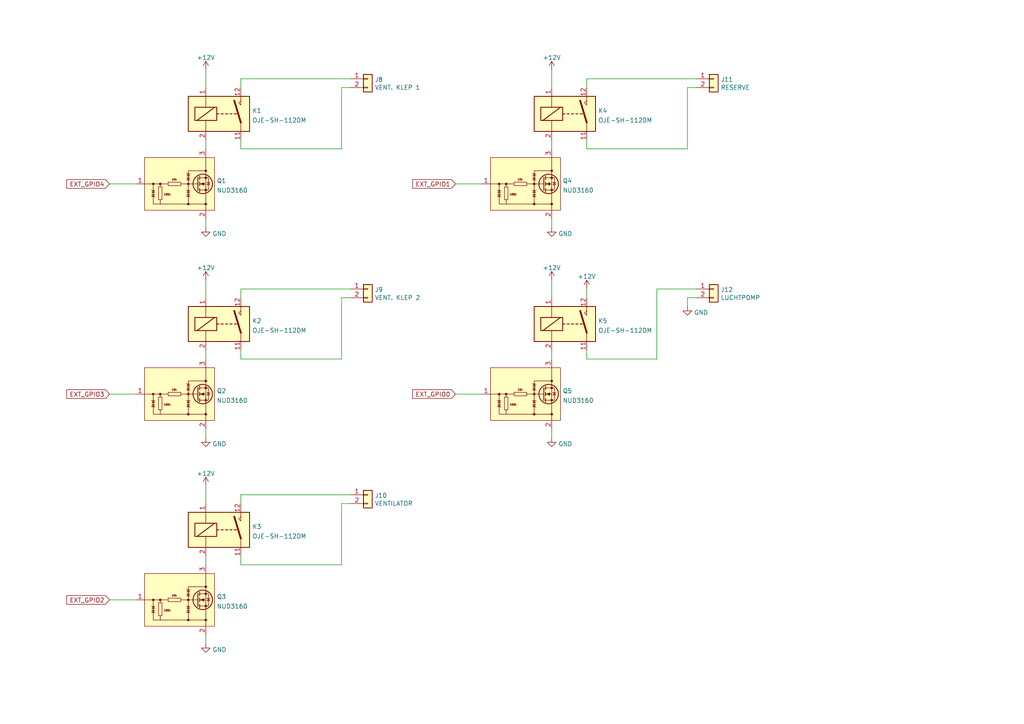
<source format=kicad_sch>
(kicad_sch (version 20211123) (generator eeschema)
  (paper "A4")
  (lib_symbols
    (symbol "Connector_Generic:Conn_01x02" (pin_names (offset 1.016) hide)
      (property "Reference" "J" (at 0 2.54 0))
      (property "Value" "Conn_01x02" (at 0 -5.08 0))
      (symbol "Conn_01x02_1_1"
        (rectangle (start -1.27 -2.413) (end 0 -2.667) (stroke (width 0.1524)))
        (rectangle (start -1.27 0.127) (end 0 -0.127) (stroke (width 0.1524)))
        (rectangle (start -1.27 1.27) (end 1.27 -3.81) (stroke (width 0.254)) (fill (type background)))
        (pin passive line (at -5.08 0 0) (length 3.81) (name "Pin_1") (number "1"))
        (pin passive line (at -5.08 -2.54 0) (length 3.81) (name "Pin_2") (number "2"))
      )
    )
    (symbol "Jips_Library:NUD3160" (pin_names (offset 0) hide)
      (property "Reference" "Q" (at 5.08 8.89 0))
      (property "Value" "NUD3160" (at -11.43 8.89 0))
      (symbol "NUD3160_0_0"
        (rectangle (start -10.16 7.62) (end 10.16 -7.62) (fill (type background)))
        (rectangle (start -6.096 -4.572) (end -5.08 -0.889))
        (rectangle (start -3.302 0.508) (end 0.381 -0.508))
        (polyline (pts (xy -5.588 -4.572) (xy -5.588 -5.842)))
        (polyline (pts (xy -5.588 0) (xy -5.588 -0.762)))
        (polyline (pts (xy 7.62 2.54) (xy 7.62 -7.62)))
        (polyline (pts (xy 7.62 2.54) (xy 7.62 7.62)))
        (polyline (pts (xy 2.54 0) (xy 0.508 0) (xy 0.508 0)))
        (polyline (pts (xy 2.54 0) (xy 2.54 3.81) (xy 7.62 3.81)))
        (polyline (pts (xy 7.62 -5.842) (xy 2.54 -5.842) (xy 2.54 0)))
        (polyline (pts (xy 2.54 -5.842) (xy -7.62 -5.842) (xy -7.62 0) (xy -3.302 0)))
        (text "100k" (at -3.556 -3.048 0) (effects (font (size 0.5334 0.5334))))
        (text "10k" (at -1.524 1.27 0) (effects (font (size 0.5334 0.5334))))
      )
      (symbol "NUD3160_0_1"
        (polyline (pts (xy -7.62 0) (xy -10.16 0)))
      )
      (symbol "NUD3160_1_1"
        (circle (center -7.62 0) (radius 0.2794) (fill (type outline)))
        (circle (center -5.588 0) (radius 0.284) (fill (type outline)))
        (polyline (pts (xy 2.54 0) (xy 5.334 0)))
        (polyline (pts (xy 5.842 -1.778) (xy 7.62 -1.778)))
        (polyline (pts (xy 5.842 -1.27) (xy 5.842 -2.286)) (stroke (width 0.254)))
        (polyline (pts (xy 5.842 0) (xy 7.62 0)))
        (polyline (pts (xy 5.842 0.508) (xy 5.842 -0.508)) (stroke (width 0.254)))
        (polyline (pts (xy 5.842 1.778) (xy 7.62 1.778)))
        (polyline (pts (xy 5.842 2.286) (xy 5.842 1.27)) (stroke (width 0.254)))
        (polyline (pts (xy 7.62 -1.778) (xy 7.62 -2.54)))
        (polyline (pts (xy 7.62 -1.778) (xy 7.62 0)))
        (polyline (pts (xy 7.62 2.54) (xy 7.62 1.778)))
        (polyline (pts (xy 5.334 1.905) (xy 5.334 -1.905) (xy 5.334 -1.905)) (stroke (width 0.254)))
        (polyline (pts (xy -8.128 -1.778) (xy -8.001 -1.905) (xy -7.239 -1.905) (xy -7.112 -2.032)))
        (polyline (pts (xy -7.62 -3.683) (xy -7.239 -3.048) (xy -8.001 -3.048) (xy -7.62 -3.683)))
        (polyline (pts (xy -7.62 -1.905) (xy -8.001 -2.54) (xy -7.239 -2.54) (xy -7.62 -1.905)))
        (polyline (pts (xy -7.112 -3.81) (xy -7.239 -3.683) (xy -8.001 -3.683) (xy -8.128 -3.556)))
        (polyline (pts (xy 2.032 -1.778) (xy 2.159 -1.905) (xy 2.921 -1.905) (xy 3.048 -2.032)))
        (polyline (pts (xy 2.032 3.048) (xy 2.159 2.921) (xy 2.921 2.921) (xy 3.048 2.794)))
        (polyline (pts (xy 2.54 -3.683) (xy 2.921 -3.048) (xy 2.159 -3.048) (xy 2.54 -3.683)))
        (polyline (pts (xy 2.54 -1.905) (xy 2.159 -2.54) (xy 2.921 -2.54) (xy 2.54 -1.905)))
        (polyline (pts (xy 2.54 1.143) (xy 2.921 1.778) (xy 2.159 1.778) (xy 2.54 1.143)))
        (polyline (pts (xy 2.54 2.921) (xy 2.159 2.286) (xy 2.921 2.286) (xy 2.54 2.921)))
        (polyline (pts (xy 3.048 -3.81) (xy 2.921 -3.683) (xy 2.159 -3.683) (xy 2.032 -3.556)))
        (polyline (pts (xy 3.048 1.016) (xy 2.921 1.143) (xy 2.159 1.143) (xy 2.032 1.27)))
        (polyline (pts (xy 6.096 0) (xy 7.112 0.381) (xy 7.112 -0.381) (xy 6.096 0)) (fill (type outline)))
        (polyline (pts (xy 7.62 -1.778) (xy 8.382 -1.778) (xy 8.382 1.778) (xy 7.62 1.778)))
        (polyline (pts (xy 7.874 0.508) (xy 8.001 0.381) (xy 8.763 0.381) (xy 8.89 0.254)))
        (polyline (pts (xy 8.382 0.381) (xy 8.001 -0.254) (xy 8.763 -0.254) (xy 8.382 0.381)))
        (circle (center 2.54 -5.842) (radius 0.2794) (fill (type outline)))
        (circle (center 2.54 0) (radius 0.2794) (fill (type outline)))
        (circle (center 6.731 0) (radius 2.8194) (stroke (width 0.254)))
        (circle (center 7.62 -5.842) (radius 0.2794) (fill (type outline)))
        (circle (center 7.62 -1.778) (radius 0.2794) (fill (type outline)))
        (circle (center 7.62 1.778) (radius 0.2794) (fill (type outline)))
        (circle (center 7.62 3.81) (radius 0.2794) (fill (type outline)))
        (pin input line (at -12.7 0 0) (length 2.54) (name "G") (number "1"))
        (pin passive line (at 7.62 -10.16 90) (length 2.54) (name "S") (number "2"))
        (pin passive line (at 7.62 10.16 270) (length 2.54) (name "D") (number "3"))
      )
    )
    (symbol "Jips_Library:SDT-S-109DMR,03000"
      (property "Reference" "K" (at 8.89 3.81 0))
      (property "Value" "SDT-S-109DMR,03000" (at 8.89 1.27 0))
      (symbol "SDT-S-109DMR,03000_0_0"
        (polyline (pts (xy 5.08 5.08) (xy 5.08 2.54) (xy 4.445 3.175) (xy 5.08 3.81)))
      )
      (symbol "SDT-S-109DMR,03000_0_1"
        (rectangle (start -10.16 5.08) (end 7.62 -5.08) (stroke (width 0.254)) (fill (type background)))
        (rectangle (start -8.255 1.905) (end -1.905 -1.905) (stroke (width 0.254)))
        (polyline (pts (xy -7.62 -1.905) (xy -2.54 1.905)) (stroke (width 0.254)))
        (polyline (pts (xy -5.08 -5.08) (xy -5.08 -1.905)))
        (polyline (pts (xy -5.08 5.08) (xy -5.08 1.905)))
        (polyline (pts (xy -1.905 0) (xy -1.27 0)) (stroke (width 0.254)))
        (polyline (pts (xy -0.635 0) (xy 0 0)) (stroke (width 0.254)))
        (polyline (pts (xy 0.635 0) (xy 1.27 0)) (stroke (width 0.254)))
        (polyline (pts (xy 1.905 0) (xy 2.54 0)) (stroke (width 0.254)))
        (polyline (pts (xy 3.175 0) (xy 3.81 0)) (stroke (width 0.254)))
        (polyline (pts (xy 5.08 -2.54) (xy 3.175 3.81)) (stroke (width 0.508)))
        (polyline (pts (xy 5.08 -2.54) (xy 5.08 -5.08)))
      )
      (symbol "SDT-S-109DMR,03000_1_1"
        (pin passive line (at -5.08 7.62 270) (length 2.54) (name "~") (number "1"))
        (pin passive line (at 5.08 -7.62 90) (length 2.54) (name "~") (number "11"))
        (pin passive line (at 5.08 7.62 270) (length 2.54) (name "~") (number "12"))
        (pin passive line (at -5.08 -7.62 90) (length 2.54) (name "~") (number "2"))
      )
    )
    (symbol "power:+12V" (power) (pin_names (offset 0))
      (property "Value" "+12V" (at 0 3.556 0))
      (symbol "+12V_0_1"
        (polyline (pts (xy -0.762 1.27) (xy 0 2.54)))
        (polyline (pts (xy 0 0) (xy 0 2.54)))
        (polyline (pts (xy 0 2.54) (xy 0.762 1.27)))
      )
      (symbol "+12V_1_1"
        (pin power_in line (at 0 0 90) (length 0) hide (name "+12V") (number "1"))
      )
    )
    (symbol "power:GND" (power) (pin_names (offset 0))
      (property "Value" "GND" (at 0 -3.81 0))
      (symbol "GND_0_1"
        (polyline (pts (xy 0 0) (xy 0 -1.27) (xy 1.27 -1.27) (xy 0 -2.54) (xy -1.27 -1.27) (xy 0 -1.27)))
      )
      (symbol "GND_1_1"
        (pin power_in line (at 0 0 270) (length 0) hide (name "GND") (number "1"))
      )
    )
  )
  (wire (pts (xy 190.5 83.82) (xy 201.93 83.82)))
  (wire (pts (xy 170.18 25.4) (xy 170.18 22.86)))
  (wire (pts (xy 69.85 161.29) (xy 69.85 163.83)))
  (wire (pts (xy 69.85 101.6) (xy 69.85 104.14)))
  (wire (pts (xy 170.18 104.14) (xy 190.5 104.14)))
  (wire (pts (xy 99.06 104.14) (xy 69.85 104.14)))
  (wire (pts (xy 69.85 40.64) (xy 69.85 43.18)))
  (wire (pts (xy 101.6 86.36) (xy 99.06 86.36)))
  (wire (pts (xy 99.06 163.83) (xy 69.85 163.83)))
  (wire (pts (xy 170.18 86.36) (xy 170.18 83.82)))
  (wire (pts (xy 99.06 146.05) (xy 99.06 163.83)))
  (wire (pts (xy 31.75 173.99) (xy 39.37 173.99)))
  (wire (pts (xy 69.85 83.82) (xy 101.6 83.82)))
  (wire (pts (xy 69.85 86.36) (xy 69.85 83.82)))
  (wire (pts (xy 69.85 22.86) (xy 101.6 22.86)))
  (wire (pts (xy 101.6 146.05) (xy 99.06 146.05)))
  (wire (pts (xy 160.02 20.32) (xy 160.02 25.4)))
  (wire (pts (xy 99.06 25.4) (xy 99.06 43.18)))
  (wire (pts (xy 59.69 40.64) (xy 59.69 43.18)))
  (wire (pts (xy 59.69 20.32) (xy 59.69 25.4)))
  (wire (pts (xy 199.39 86.36) (xy 199.39 88.9)))
  (wire (pts (xy 170.18 40.64) (xy 170.18 43.18)))
  (wire (pts (xy 69.85 146.05) (xy 69.85 143.51)))
  (wire (pts (xy 59.69 81.28) (xy 59.69 86.36)))
  (wire (pts (xy 69.85 25.4) (xy 69.85 22.86)))
  (wire (pts (xy 160.02 127) (xy 160.02 124.46)))
  (wire (pts (xy 190.5 104.14) (xy 190.5 83.82)))
  (wire (pts (xy 170.18 22.86) (xy 201.93 22.86)))
  (wire (pts (xy 59.69 66.04) (xy 59.69 63.5)))
  (wire (pts (xy 59.69 161.29) (xy 59.69 163.83)))
  (wire (pts (xy 101.6 25.4) (xy 99.06 25.4)))
  (wire (pts (xy 199.39 43.18) (xy 170.18 43.18)))
  (wire (pts (xy 31.75 53.34) (xy 39.37 53.34)))
  (wire (pts (xy 59.69 186.69) (xy 59.69 184.15)))
  (wire (pts (xy 160.02 66.04) (xy 160.02 63.5)))
  (wire (pts (xy 99.06 43.18) (xy 69.85 43.18)))
  (wire (pts (xy 199.39 25.4) (xy 199.39 43.18)))
  (wire (pts (xy 201.93 86.36) (xy 199.39 86.36)))
  (wire (pts (xy 99.06 86.36) (xy 99.06 104.14)))
  (wire (pts (xy 31.75 114.3) (xy 39.37 114.3)))
  (wire (pts (xy 160.02 40.64) (xy 160.02 43.18)))
  (wire (pts (xy 59.69 127) (xy 59.69 124.46)))
  (wire (pts (xy 69.85 143.51) (xy 101.6 143.51)))
  (wire (pts (xy 59.69 140.97) (xy 59.69 146.05)))
  (wire (pts (xy 160.02 81.28) (xy 160.02 86.36)))
  (wire (pts (xy 160.02 101.6) (xy 160.02 104.14)))
  (wire (pts (xy 132.08 53.34) (xy 139.7 53.34)))
  (wire (pts (xy 132.08 114.3) (xy 139.7 114.3)))
  (wire (pts (xy 59.69 101.6) (xy 59.69 104.14)))
  (wire (pts (xy 170.18 101.6) (xy 170.18 104.14)))
  (wire (pts (xy 201.93 25.4) (xy 199.39 25.4)))
  (global_label "EXT_GPIO3" (shape input) (at 31.75 114.3 180) (property "Intersheet References" "${INTERSHEET_REFS}" (effects hide)))
  (global_label "EXT_GPIO2" (shape input) (at 31.75 173.99 180) (property "Intersheet References" "${INTERSHEET_REFS}" (effects hide)))
  (global_label "EXT_GPIO1" (shape input) (at 132.08 53.34 180) (property "Intersheet References" "${INTERSHEET_REFS}" (effects hide)))
  (global_label "EXT_GPIO0" (shape input) (at 132.08 114.3 180) (property "Intersheet References" "${INTERSHEET_REFS}" (effects hide)))
  (global_label "EXT_GPIO4" (shape input) (at 31.75 53.34 180) (property "Intersheet References" "${INTERSHEET_REFS}" (effects hide)))
  (symbol (lib_id "power:+12V") (at 170.18 83.82 0) (unit 1)
    (property "Reference" "#PWR0115" (effects hide))
    (property "Value" "+12V" (at 170.18 80.2155 0))
  )
  (symbol (lib_id "Jips_Library:SDT-S-109DMR,03000") (at 165.1 33.02 0) (unit 1)
    (property "Reference" "K4" (at 173.482 32.1115 0) (effects (justify left)))
    (property "Value" "OJE-SH-112DM" (at 173.482 34.8866 0) (effects (justify left)))
    (property "Footprint" "jips_library:OJE-SH-112DM" (effects hide))
    (property "Datasheet" "https://www.farnell.com/datasheets/1717948.pdf" (effects hide))
  )
  (symbol (lib_id "Jips_Library:NUD3160") (at 52.07 173.99 0) (unit 1)
    (property "Reference" "Q3" (at 62.865 173.0815 0) (effects (justify left)))
    (property "Value" "NUD3160" (at 62.865 175.8566 0) (effects (justify left)))
    (property "Footprint" "Package_TO_SOT_SMD:SOT-23" (effects hide))
    (property "Datasheet" "https://www.onsemi.com/pdf/datasheet/nud3160-d.pdf" (effects hide))
  )
  (symbol (lib_id "Connector_Generic:Conn_01x02") (at 207.01 83.82 0) (unit 1)
    (property "Reference" "J12" (at 209.0166 84.0232 0) (effects (justify left)))
    (property "Value" "LUCHTPOMP" (at 209.0166 86.3346 0) (effects (justify left)))
    (property "Footprint" "TerminalBlock_Phoenix:TerminalBlock_Phoenix_MKDS-3-2-5.08_1x02_P5.08mm_Horizontal" (effects hide))
  )
  (symbol (lib_id "Jips_Library:NUD3160") (at 152.4 53.34 0) (unit 1)
    (property "Reference" "Q4" (at 163.195 52.4315 0) (effects (justify left)))
    (property "Value" "NUD3160" (at 163.195 55.2066 0) (effects (justify left)))
    (property "Footprint" "Package_TO_SOT_SMD:SOT-23" (effects hide))
    (property "Datasheet" "https://www.onsemi.com/pdf/datasheet/nud3160-d.pdf" (effects hide))
  )
  (symbol (lib_id "power:GND") (at 160.02 66.04 0) (unit 1)
    (property "Reference" "#PWR0143" (effects hide))
    (property "Value" "GND" (at 161.925 67.789 0) (effects (justify left)))
  )
  (symbol (lib_id "Jips_Library:SDT-S-109DMR,03000") (at 64.77 153.67 0) (unit 1)
    (property "Reference" "K3" (at 73.152 152.7615 0) (effects (justify left)))
    (property "Value" "OJE-SH-112DM" (at 73.152 155.5366 0) (effects (justify left)))
    (property "Footprint" "jips_library:OJE-SH-112DM" (effects hide))
    (property "Datasheet" "https://www.farnell.com/datasheets/1717948.pdf" (effects hide))
  )
  (symbol (lib_id "power:GND") (at 199.39 88.9 0) (unit 1)
    (property "Reference" "#PWR0148" (effects hide))
    (property "Value" "GND" (at 201.295 90.649 0) (effects (justify left)))
  )
  (symbol (lib_id "power:+12V") (at 160.02 81.28 0) (unit 1)
    (property "Reference" "#PWR0147" (effects hide))
    (property "Value" "+12V" (at 160.02 77.6755 0))
  )
  (symbol (lib_id "Jips_Library:SDT-S-109DMR,03000") (at 64.77 93.98 0) (unit 1)
    (property "Reference" "K2" (at 73.152 93.0715 0) (effects (justify left)))
    (property "Value" "OJE-SH-112DM" (at 73.152 95.8466 0) (effects (justify left)))
    (property "Footprint" "jips_library:OJE-SH-112DM" (effects hide))
    (property "Datasheet" "https://www.farnell.com/datasheets/1717948.pdf" (effects hide))
  )
  (symbol (lib_id "Connector_Generic:Conn_01x02") (at 106.68 143.51 0) (unit 1)
    (property "Reference" "J10" (at 108.6866 143.7132 0) (effects (justify left)))
    (property "Value" "VENTILATOR" (at 108.6866 146.0246 0) (effects (justify left)))
    (property "Footprint" "TerminalBlock_Phoenix:TerminalBlock_Phoenix_MKDS-3-2-5.08_1x02_P5.08mm_Horizontal" (effects hide))
  )
  (symbol (lib_id "Jips_Library:SDT-S-109DMR,03000") (at 64.77 33.02 0) (unit 1)
    (property "Reference" "K1" (at 73.152 32.1115 0) (effects (justify left)))
    (property "Value" "OJE-SH-112DM" (at 73.152 34.8866 0) (effects (justify left)))
    (property "Footprint" "jips_library:OJE-SH-112DM" (effects hide))
    (property "Datasheet" "https://www.farnell.com/datasheets/1717948.pdf" (effects hide))
  )
  (symbol (lib_id "power:+12V") (at 160.02 20.32 0) (unit 1)
    (property "Reference" "#PWR0146" (effects hide))
    (property "Value" "+12V" (at 160.02 16.7155 0))
  )
  (symbol (lib_id "power:GND") (at 59.69 127 0) (unit 1)
    (property "Reference" "#PWR0127" (effects hide))
    (property "Value" "GND" (at 61.595 128.749 0) (effects (justify left)))
  )
  (symbol (lib_id "Connector_Generic:Conn_01x02") (at 106.68 22.86 0) (unit 1)
    (property "Reference" "J8" (at 108.6866 23.0632 0) (effects (justify left)))
    (property "Value" "VENT. KLEP 1" (at 108.6866 25.3746 0) (effects (justify left)))
    (property "Footprint" "TerminalBlock_Phoenix:TerminalBlock_Phoenix_MKDS-3-2-5.08_1x02_P5.08mm_Horizontal" (effects hide))
  )
  (symbol (lib_id "power:+12V") (at 59.69 81.28 0) (unit 1)
    (property "Reference" "#PWR0142" (effects hide))
    (property "Value" "+12V" (at 59.69 77.6755 0))
  )
  (symbol (lib_id "power:+12V") (at 59.69 140.97 0) (unit 1)
    (property "Reference" "#PWR0141" (effects hide))
    (property "Value" "+12V" (at 59.69 137.3655 0))
  )
  (symbol (lib_id "power:GND") (at 59.69 66.04 0) (unit 1)
    (property "Reference" "#PWR0129" (effects hide))
    (property "Value" "GND" (at 61.595 67.789 0) (effects (justify left)))
  )
  (symbol (lib_id "Jips_Library:SDT-S-109DMR,03000") (at 165.1 93.98 0) (unit 1)
    (property "Reference" "K5" (at 173.482 93.0715 0) (effects (justify left)))
    (property "Value" "OJE-SH-112DM" (at 173.482 95.8466 0) (effects (justify left)))
    (property "Footprint" "jips_library:OJE-SH-112DM" (effects hide))
    (property "Datasheet" "https://www.farnell.com/datasheets/1717948.pdf" (effects hide))
  )
  (symbol (lib_id "Jips_Library:NUD3160") (at 152.4 114.3 0) (unit 1)
    (property "Reference" "Q5" (at 163.195 113.3915 0) (effects (justify left)))
    (property "Value" "NUD3160" (at 163.195 116.1666 0) (effects (justify left)))
    (property "Footprint" "Package_TO_SOT_SMD:SOT-23" (effects hide))
    (property "Datasheet" "https://www.onsemi.com/pdf/datasheet/nud3160-d.pdf" (effects hide))
  )
  (symbol (lib_id "Jips_Library:NUD3160") (at 52.07 53.34 0) (unit 1)
    (property "Reference" "Q1" (at 62.865 52.4315 0) (effects (justify left)))
    (property "Value" "NUD3160" (at 62.865 55.2066 0) (effects (justify left)))
    (property "Footprint" "Package_TO_SOT_SMD:SOT-23" (effects hide))
    (property "Datasheet" "https://www.onsemi.com/pdf/datasheet/nud3160-d.pdf" (effects hide))
  )
  (symbol (lib_id "Connector_Generic:Conn_01x02") (at 106.68 83.82 0) (unit 1)
    (property "Reference" "J9" (at 108.6866 84.0232 0) (effects (justify left)))
    (property "Value" "VENT. KLEP 2" (at 108.6866 86.3346 0) (effects (justify left)))
    (property "Footprint" "TerminalBlock_Phoenix:TerminalBlock_Phoenix_MKDS-3-2-5.08_1x02_P5.08mm_Horizontal" (effects hide))
  )
  (symbol (lib_id "Jips_Library:NUD3160") (at 52.07 114.3 0) (unit 1)
    (property "Reference" "Q2" (at 62.865 113.3915 0) (effects (justify left)))
    (property "Value" "NUD3160" (at 62.865 116.1666 0) (effects (justify left)))
    (property "Footprint" "Package_TO_SOT_SMD:SOT-23" (effects hide))
    (property "Datasheet" "https://www.onsemi.com/pdf/datasheet/nud3160-d.pdf" (effects hide))
  )
  (symbol (lib_id "Connector_Generic:Conn_01x02") (at 207.01 22.86 0) (unit 1)
    (property "Reference" "J11" (at 209.0166 23.0632 0) (effects (justify left)))
    (property "Value" "RESERVE" (at 209.0166 25.3746 0) (effects (justify left)))
    (property "Footprint" "TerminalBlock_Phoenix:TerminalBlock_Phoenix_MKDS-3-2-5.08_1x02_P5.08mm_Horizontal" (effects hide))
  )
  (symbol (lib_id "power:GND") (at 59.69 186.69 0) (unit 1)
    (property "Reference" "#PWR0117" (effects hide))
    (property "Value" "GND" (at 61.595 188.439 0) (effects (justify left)))
  )
  (symbol (lib_id "power:+12V") (at 59.69 20.32 0) (unit 1)
    (property "Reference" "#PWR0145" (effects hide))
    (property "Value" "+12V" (at 59.69 16.7155 0))
  )
  (symbol (lib_id "power:GND") (at 160.02 127 0) (unit 1)
    (property "Reference" "#PWR0144" (effects hide))
    (property "Value" "GND" (at 161.925 128.749 0) (effects (justify left)))
  )
)
</source>
